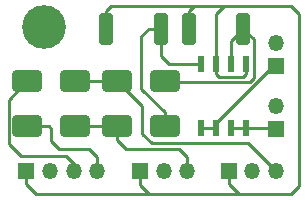
<source format=gbr>
%TF.GenerationSoftware,KiCad,Pcbnew,7.0.5*%
%TF.CreationDate,2023-08-11T08:16:59+02:00*%
%TF.ProjectId,FiresportTimer,46697265-7370-46f7-9274-54696d65722e,rev?*%
%TF.SameCoordinates,Original*%
%TF.FileFunction,Copper,L1,Top*%
%TF.FilePolarity,Positive*%
%FSLAX46Y46*%
G04 Gerber Fmt 4.6, Leading zero omitted, Abs format (unit mm)*
G04 Created by KiCad (PCBNEW 7.0.5) date 2023-08-11 08:16:59*
%MOMM*%
%LPD*%
G01*
G04 APERTURE LIST*
G04 Aperture macros list*
%AMRoundRect*
0 Rectangle with rounded corners*
0 $1 Rounding radius*
0 $2 $3 $4 $5 $6 $7 $8 $9 X,Y pos of 4 corners*
0 Add a 4 corners polygon primitive as box body*
4,1,4,$2,$3,$4,$5,$6,$7,$8,$9,$2,$3,0*
0 Add four circle primitives for the rounded corners*
1,1,$1+$1,$2,$3*
1,1,$1+$1,$4,$5*
1,1,$1+$1,$6,$7*
1,1,$1+$1,$8,$9*
0 Add four rect primitives between the rounded corners*
20,1,$1+$1,$2,$3,$4,$5,0*
20,1,$1+$1,$4,$5,$6,$7,0*
20,1,$1+$1,$6,$7,$8,$9,0*
20,1,$1+$1,$8,$9,$2,$3,0*%
G04 Aperture macros list end*
%TA.AperFunction,ComponentPad*%
%ADD10R,1.350000X1.350000*%
%TD*%
%TA.AperFunction,ComponentPad*%
%ADD11O,1.350000X1.350000*%
%TD*%
%TA.AperFunction,SMDPad,CuDef*%
%ADD12RoundRect,0.250000X1.000000X0.650000X-1.000000X0.650000X-1.000000X-0.650000X1.000000X-0.650000X0*%
%TD*%
%TA.AperFunction,SMDPad,CuDef*%
%ADD13RoundRect,0.250000X-1.000000X-0.650000X1.000000X-0.650000X1.000000X0.650000X-1.000000X0.650000X0*%
%TD*%
%TA.AperFunction,SMDPad,CuDef*%
%ADD14R,0.558000X1.454899*%
%TD*%
%TA.AperFunction,SMDPad,CuDef*%
%ADD15RoundRect,0.250000X0.362500X1.075000X-0.362500X1.075000X-0.362500X-1.075000X0.362500X-1.075000X0*%
%TD*%
%TA.AperFunction,ViaPad*%
%ADD16C,3.700000*%
%TD*%
%TA.AperFunction,Conductor*%
%ADD17C,0.250000*%
%TD*%
G04 APERTURE END LIST*
D10*
%TO.P,CON_LED_L1,1,+*%
%TO.N,/LED_L*%
X173355000Y-67580000D03*
D11*
%TO.P,CON_LED_L1,2,-*%
%TO.N,GND*%
X173355000Y-65580000D03*
%TD*%
D10*
%TO.P,CON_OUT1,1,+*%
%TO.N,+12V*%
X152210000Y-71120000D03*
D11*
%TO.P,CON_OUT1,2,-*%
%TO.N,GND*%
X154210000Y-71120000D03*
%TO.P,CON_OUT1,3,L*%
%TO.N,/L_OUT*%
X156210000Y-71120000D03*
%TO.P,CON_OUT1,4,R*%
%TO.N,/R_OUT*%
X158210000Y-71120000D03*
%TD*%
D12*
%TO.P,D_OUT_R1,1,K*%
%TO.N,/HAL_R*%
X156305000Y-67310000D03*
%TO.P,D_OUT_R1,2,A*%
%TO.N,/R_OUT*%
X152305000Y-67310000D03*
%TD*%
D13*
%TO.P,D_GATE_L1,1,K*%
%TO.N,/HAL_L*%
X159925000Y-63500000D03*
%TO.P,D_GATE_L1,2,A*%
%TO.N,/GATE_L*%
X163925000Y-63500000D03*
%TD*%
D10*
%TO.P,CON_HAL_L1,1,+*%
%TO.N,+12V*%
X169355000Y-71120000D03*
D11*
%TO.P,CON_HAL_L1,2,-*%
%TO.N,GND*%
X171355000Y-71120000D03*
%TO.P,CON_HAL_L1,3,Q*%
%TO.N,/HAL_L*%
X173355000Y-71120000D03*
%TD*%
D12*
%TO.P,D_OUT_L1,1,K*%
%TO.N,/HAL_L*%
X156305000Y-63500000D03*
%TO.P,D_OUT_L1,2,A*%
%TO.N,/L_OUT*%
X152305000Y-63500000D03*
%TD*%
D13*
%TO.P,D_GATE_R1,1,K*%
%TO.N,/HAL_R*%
X159925000Y-67310000D03*
%TO.P,D_GATE_R1,2,A*%
%TO.N,/GATE_R*%
X163925000Y-67310000D03*
%TD*%
D14*
%TO.P,Q1,1,1*%
%TO.N,+12V*%
X170815000Y-62048652D03*
%TO.P,Q1,2,2*%
%TO.N,/GATE_L*%
X169545000Y-62048652D03*
%TO.P,Q1,3,3*%
%TO.N,+12V*%
X168275000Y-62048652D03*
%TO.P,Q1,4,4*%
%TO.N,/GATE_R*%
X167005000Y-62048652D03*
%TO.P,Q1,5,5*%
%TO.N,/LED_R*%
X167005000Y-67491348D03*
%TO.P,Q1,6,6*%
X168275000Y-67491348D03*
%TO.P,Q1,7,7*%
%TO.N,/LED_L*%
X169545000Y-67491348D03*
%TO.P,Q1,8,8*%
X170815000Y-67491348D03*
%TD*%
D15*
%TO.P,R_PULLUP_R1,1*%
%TO.N,/GATE_R*%
X163602500Y-59055000D03*
%TO.P,R_PULLUP_R1,2*%
%TO.N,+12V*%
X158977500Y-59055000D03*
%TD*%
D10*
%TO.P,CON_LED_R1,1,+*%
%TO.N,/LED_R*%
X173355000Y-62230000D03*
D11*
%TO.P,CON_LED_R1,2,-*%
%TO.N,GND*%
X173355000Y-60230000D03*
%TD*%
D15*
%TO.P,R_PULLUP_L1,1*%
%TO.N,/GATE_L*%
X170587500Y-59055000D03*
%TO.P,R_PULLUP_L1,2*%
%TO.N,+12V*%
X165962500Y-59055000D03*
%TD*%
D10*
%TO.P,CON_HAL_R1,1,+*%
%TO.N,+12V*%
X161830000Y-71120000D03*
D11*
%TO.P,CON_HAL_R1,2,-*%
%TO.N,GND*%
X163830000Y-71120000D03*
%TO.P,CON_HAL_R1,3,Q*%
%TO.N,/HAL_R*%
X165830000Y-71120000D03*
%TD*%
D16*
%TO.N,*%
X153670000Y-58928000D03*
%TD*%
D17*
%TO.N,+12V*%
X169355000Y-71120000D02*
X169355000Y-72200000D01*
X168910000Y-57150000D02*
X166370000Y-57150000D01*
X168275000Y-62865000D02*
X168275000Y-62048652D01*
X158977500Y-57557500D02*
X158977500Y-59055000D01*
X152210000Y-71120000D02*
X152210000Y-72200000D01*
X153035000Y-73025000D02*
X162560000Y-73025000D01*
X168275000Y-57785000D02*
X168910000Y-57150000D01*
X169355000Y-72200000D02*
X170180000Y-73025000D01*
X166370000Y-57150000D02*
X159385000Y-57150000D01*
X152210000Y-72200000D02*
X153035000Y-73025000D01*
X162560000Y-73025000D02*
X170180000Y-73025000D01*
X159385000Y-57150000D02*
X158977500Y-57557500D01*
X175260000Y-72390000D02*
X175260000Y-57785000D01*
X165962500Y-59055000D02*
X165962500Y-57557500D01*
X170815000Y-62865000D02*
X170578899Y-63101101D01*
X168275000Y-62048652D02*
X168275000Y-57785000D01*
X161830000Y-71120000D02*
X161830000Y-72295000D01*
X174625000Y-57150000D02*
X168910000Y-57150000D01*
X170180000Y-73025000D02*
X174625000Y-73025000D01*
X174625000Y-73025000D02*
X175260000Y-72390000D01*
X170815000Y-62048652D02*
X170815000Y-62865000D01*
X168511101Y-63101101D02*
X168275000Y-62865000D01*
X175260000Y-57785000D02*
X174625000Y-57150000D01*
X165962500Y-57557500D02*
X166370000Y-57150000D01*
X170578899Y-63101101D02*
X168511101Y-63101101D01*
X161830000Y-72295000D02*
X162560000Y-73025000D01*
%TO.N,/HAL_L*%
X162010914Y-67945000D02*
X162010914Y-65585914D01*
X162010914Y-65585914D02*
X159925000Y-63500000D01*
X156305000Y-63500000D02*
X159925000Y-63500000D01*
X162830914Y-68765000D02*
X162010914Y-67945000D01*
X173355000Y-71120000D02*
X171000000Y-68765000D01*
X171000000Y-68765000D02*
X162830914Y-68765000D01*
%TO.N,/GATE_L*%
X170587500Y-59055000D02*
X169545000Y-60097500D01*
X163925000Y-63500000D02*
X163976101Y-63551101D01*
X169545000Y-60960000D02*
X169545000Y-62048652D01*
X171450000Y-59917500D02*
X170587500Y-59055000D01*
X171130402Y-63551101D02*
X171450000Y-63231503D01*
X171450000Y-63231503D02*
X171450000Y-59917500D01*
X169545000Y-60097500D02*
X169545000Y-60960000D01*
X163976101Y-63551101D02*
X171130402Y-63551101D01*
%TO.N,/HAL_R*%
X165830000Y-69933125D02*
X165830000Y-71120000D01*
X165111875Y-69215000D02*
X165830000Y-69933125D01*
X160655000Y-69215000D02*
X165111875Y-69215000D01*
X156305000Y-67310000D02*
X159925000Y-67310000D01*
X159925000Y-67310000D02*
X159925000Y-68485000D01*
X159925000Y-68485000D02*
X160655000Y-69215000D01*
%TO.N,/GATE_R*%
X163925000Y-66135000D02*
X161925000Y-64135000D01*
X163602500Y-59055000D02*
X163602500Y-61367500D01*
X161925000Y-64135000D02*
X161925000Y-59690000D01*
X163602500Y-61367500D02*
X164283652Y-62048652D01*
X164283652Y-62048652D02*
X167005000Y-62048652D01*
X163925000Y-67310000D02*
X163925000Y-66135000D01*
X161925000Y-59690000D02*
X162560000Y-59055000D01*
X162560000Y-59055000D02*
X163602500Y-59055000D01*
%TO.N,/L_OUT*%
X151765000Y-69850000D02*
X155575000Y-69850000D01*
X150730000Y-65075000D02*
X150730000Y-68815000D01*
X156210000Y-70485000D02*
X156210000Y-71120000D01*
X152305000Y-63500000D02*
X150730000Y-65075000D01*
X155575000Y-69850000D02*
X156210000Y-70485000D01*
X150730000Y-68815000D02*
X151765000Y-69850000D01*
%TO.N,/R_OUT*%
X154940000Y-69215000D02*
X157480000Y-69215000D01*
X158210000Y-69945000D02*
X158210000Y-71120000D01*
X152305000Y-67310000D02*
X154095000Y-67310000D01*
X154095000Y-67310000D02*
X154305000Y-67520000D01*
X157480000Y-69215000D02*
X158210000Y-69945000D01*
X154305000Y-68580000D02*
X154940000Y-69215000D01*
X154305000Y-67520000D02*
X154305000Y-68580000D01*
%TO.N,/LED_L*%
X169545000Y-67491348D02*
X170815000Y-67491348D01*
X173266348Y-67491348D02*
X173355000Y-67580000D01*
X170815000Y-67491348D02*
X173266348Y-67491348D01*
%TO.N,/LED_R*%
X173087899Y-62230000D02*
X168275000Y-67042899D01*
X167005000Y-67491348D02*
X168275000Y-67491348D01*
X168275000Y-67042899D02*
X168275000Y-67491348D01*
X173355000Y-62230000D02*
X173087899Y-62230000D01*
%TD*%
M02*

</source>
